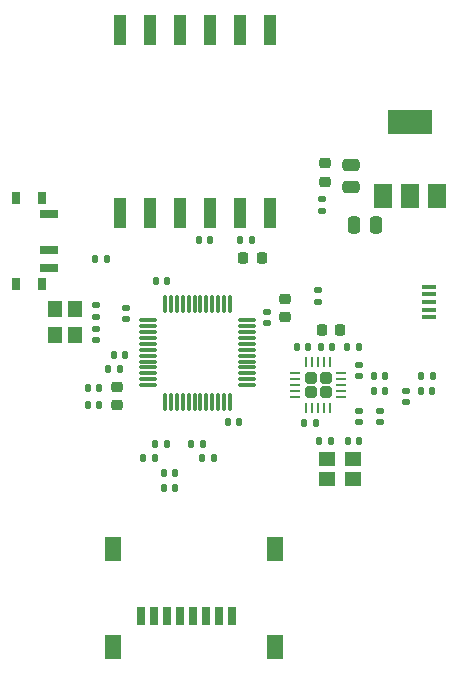
<source format=gbr>
%TF.GenerationSoftware,KiCad,Pcbnew,7.0.8*%
%TF.CreationDate,2023-11-06T16:26:03-06:00*%
%TF.ProjectId,KiCAD Design,4b694341-4420-4446-9573-69676e2e6b69,rev?*%
%TF.SameCoordinates,Original*%
%TF.FileFunction,Paste,Top*%
%TF.FilePolarity,Positive*%
%FSLAX46Y46*%
G04 Gerber Fmt 4.6, Leading zero omitted, Abs format (unit mm)*
G04 Created by KiCad (PCBNEW 7.0.8) date 2023-11-06 16:26:03*
%MOMM*%
%LPD*%
G01*
G04 APERTURE LIST*
G04 Aperture macros list*
%AMRoundRect*
0 Rectangle with rounded corners*
0 $1 Rounding radius*
0 $2 $3 $4 $5 $6 $7 $8 $9 X,Y pos of 4 corners*
0 Add a 4 corners polygon primitive as box body*
4,1,4,$2,$3,$4,$5,$6,$7,$8,$9,$2,$3,0*
0 Add four circle primitives for the rounded corners*
1,1,$1+$1,$2,$3*
1,1,$1+$1,$4,$5*
1,1,$1+$1,$6,$7*
1,1,$1+$1,$8,$9*
0 Add four rect primitives between the rounded corners*
20,1,$1+$1,$2,$3,$4,$5,0*
20,1,$1+$1,$4,$5,$6,$7,0*
20,1,$1+$1,$6,$7,$8,$9,0*
20,1,$1+$1,$8,$9,$2,$3,0*%
G04 Aperture macros list end*
%ADD10RoundRect,0.140000X-0.140000X-0.170000X0.140000X-0.170000X0.140000X0.170000X-0.140000X0.170000X0*%
%ADD11RoundRect,0.225000X0.225000X0.250000X-0.225000X0.250000X-0.225000X-0.250000X0.225000X-0.250000X0*%
%ADD12RoundRect,0.140000X0.140000X0.170000X-0.140000X0.170000X-0.140000X-0.170000X0.140000X-0.170000X0*%
%ADD13R,1.000000X2.500000*%
%ADD14R,1.500000X2.000000*%
%ADD15R,3.800000X2.000000*%
%ADD16RoundRect,0.135000X-0.135000X-0.185000X0.135000X-0.185000X0.135000X0.185000X-0.135000X0.185000X0*%
%ADD17RoundRect,0.135000X0.135000X0.185000X-0.135000X0.185000X-0.135000X-0.185000X0.135000X-0.185000X0*%
%ADD18RoundRect,0.250000X0.250000X0.475000X-0.250000X0.475000X-0.250000X-0.475000X0.250000X-0.475000X0*%
%ADD19R,1.200000X1.400000*%
%ADD20RoundRect,0.140000X0.170000X-0.140000X0.170000X0.140000X-0.170000X0.140000X-0.170000X-0.140000X0*%
%ADD21RoundRect,0.075000X-0.662500X-0.075000X0.662500X-0.075000X0.662500X0.075000X-0.662500X0.075000X0*%
%ADD22RoundRect,0.075000X-0.075000X-0.662500X0.075000X-0.662500X0.075000X0.662500X-0.075000X0.662500X0*%
%ADD23RoundRect,0.140000X-0.170000X0.140000X-0.170000X-0.140000X0.170000X-0.140000X0.170000X0.140000X0*%
%ADD24R,0.800000X1.500000*%
%ADD25R,1.450000X2.000000*%
%ADD26RoundRect,0.250000X-0.255000X-0.255000X0.255000X-0.255000X0.255000X0.255000X-0.255000X0.255000X0*%
%ADD27RoundRect,0.062500X-0.350000X-0.062500X0.350000X-0.062500X0.350000X0.062500X-0.350000X0.062500X0*%
%ADD28RoundRect,0.062500X-0.062500X-0.350000X0.062500X-0.350000X0.062500X0.350000X-0.062500X0.350000X0*%
%ADD29RoundRect,0.147500X-0.147500X-0.172500X0.147500X-0.172500X0.147500X0.172500X-0.147500X0.172500X0*%
%ADD30R,0.800000X1.000000*%
%ADD31R,1.500000X0.700000*%
%ADD32RoundRect,0.147500X-0.172500X0.147500X-0.172500X-0.147500X0.172500X-0.147500X0.172500X0.147500X0*%
%ADD33RoundRect,0.218750X0.256250X-0.218750X0.256250X0.218750X-0.256250X0.218750X-0.256250X-0.218750X0*%
%ADD34RoundRect,0.218750X-0.256250X0.218750X-0.256250X-0.218750X0.256250X-0.218750X0.256250X0.218750X0*%
%ADD35RoundRect,0.250000X-0.475000X0.250000X-0.475000X-0.250000X0.475000X-0.250000X0.475000X0.250000X0*%
%ADD36R,1.400000X1.200000*%
%ADD37RoundRect,0.225000X-0.250000X0.225000X-0.250000X-0.225000X0.250000X-0.225000X0.250000X0.225000X0*%
%ADD38RoundRect,0.135000X-0.185000X0.135000X-0.185000X-0.135000X0.185000X-0.135000X0.185000X0.135000X0*%
%ADD39RoundRect,0.135000X0.185000X-0.135000X0.185000X0.135000X-0.185000X0.135000X-0.185000X-0.135000X0*%
%ADD40R,1.300000X0.450000*%
%ADD41RoundRect,0.225000X-0.225000X-0.250000X0.225000X-0.250000X0.225000X0.250000X-0.225000X0.250000X0*%
G04 APERTURE END LIST*
D10*
%TO.C,C30*%
X172540000Y-106780000D03*
X173500000Y-106780000D03*
%TD*%
D11*
%TO.C,C19*%
X165275000Y-91250000D03*
X163725000Y-91250000D03*
%TD*%
D12*
%TO.C,C22*%
X179750000Y-101280000D03*
X178790000Y-101280000D03*
%TD*%
D10*
%TO.C,C3*%
X156290000Y-93250000D03*
X157250000Y-93250000D03*
%TD*%
D13*
%TO.C,U4*%
X153300000Y-87500000D03*
X155840000Y-87500000D03*
X158380000Y-87500000D03*
X160920000Y-87500000D03*
X163460000Y-87500000D03*
X166000000Y-87500000D03*
X166000000Y-72000000D03*
X163460000Y-72000000D03*
X160920000Y-72000000D03*
X158380000Y-72000000D03*
X155840000Y-72000000D03*
X153300000Y-72000000D03*
%TD*%
D14*
%TO.C,U2*%
X175545000Y-86030000D03*
X177845000Y-86030000D03*
D15*
X177845000Y-79730000D03*
D14*
X180145000Y-86030000D03*
%TD*%
D16*
%TO.C,R1*%
X151150000Y-91400000D03*
X152170000Y-91400000D03*
%TD*%
D17*
%TO.C,R8*%
X156260000Y-108250000D03*
X155240000Y-108250000D03*
%TD*%
D18*
%TO.C,C12*%
X174950000Y-88500000D03*
X173050000Y-88500000D03*
%TD*%
D19*
%TO.C,Y1*%
X147800000Y-95590000D03*
X147800000Y-97790000D03*
X149500000Y-97790000D03*
X149500000Y-95590000D03*
%TD*%
D12*
%TO.C,C6*%
X153250000Y-100675000D03*
X152290000Y-100675000D03*
%TD*%
D20*
%TO.C,C21*%
X175250000Y-105180000D03*
X175250000Y-104220000D03*
%TD*%
D21*
%TO.C,U1*%
X155675000Y-96550000D03*
X155675000Y-97050000D03*
X155675000Y-97550000D03*
X155675000Y-98050000D03*
X155675000Y-98550000D03*
X155675000Y-99050000D03*
X155675000Y-99550000D03*
X155675000Y-100050000D03*
X155675000Y-100550000D03*
X155675000Y-101050000D03*
X155675000Y-101550000D03*
X155675000Y-102050000D03*
D22*
X157087500Y-103462500D03*
X157587500Y-103462500D03*
X158087500Y-103462500D03*
X158587500Y-103462500D03*
X159087500Y-103462500D03*
X159587500Y-103462500D03*
X160087500Y-103462500D03*
X160587500Y-103462500D03*
X161087500Y-103462500D03*
X161587500Y-103462500D03*
X162087500Y-103462500D03*
X162587500Y-103462500D03*
D21*
X164000000Y-102050000D03*
X164000000Y-101550000D03*
X164000000Y-101050000D03*
X164000000Y-100550000D03*
X164000000Y-100050000D03*
X164000000Y-99550000D03*
X164000000Y-99050000D03*
X164000000Y-98550000D03*
X164000000Y-98050000D03*
X164000000Y-97550000D03*
X164000000Y-97050000D03*
X164000000Y-96550000D03*
D22*
X162587500Y-95137500D03*
X162087500Y-95137500D03*
X161587500Y-95137500D03*
X161087500Y-95137500D03*
X160587500Y-95137500D03*
X160087500Y-95137500D03*
X159587500Y-95137500D03*
X159087500Y-95137500D03*
X158587500Y-95137500D03*
X158087500Y-95137500D03*
X157587500Y-95137500D03*
X157087500Y-95137500D03*
%TD*%
D23*
%TO.C,C2*%
X165750000Y-95840000D03*
X165750000Y-96800000D03*
%TD*%
D24*
%TO.C,J5*%
X162750000Y-121627500D03*
X161650000Y-121627500D03*
X160550000Y-121627500D03*
X159450000Y-121627500D03*
X158350000Y-121627500D03*
X157250000Y-121627500D03*
X156150000Y-121627500D03*
X155050000Y-121627500D03*
D25*
X166425000Y-124227500D03*
X166425000Y-115927500D03*
X152675000Y-124227500D03*
X152675000Y-115927500D03*
%TD*%
D26*
%TO.C,U5*%
X169437500Y-101405000D03*
X169437500Y-102655000D03*
X170687500Y-101405000D03*
X170687500Y-102655000D03*
D27*
X168125000Y-101030000D03*
X168125000Y-101530000D03*
X168125000Y-102030000D03*
X168125000Y-102530000D03*
X168125000Y-103030000D03*
D28*
X169062500Y-103967500D03*
X169562500Y-103967500D03*
X170062500Y-103967500D03*
X170562500Y-103967500D03*
X171062500Y-103967500D03*
D27*
X172000000Y-103030000D03*
X172000000Y-102530000D03*
X172000000Y-102030000D03*
X172000000Y-101530000D03*
X172000000Y-101030000D03*
D28*
X171062500Y-100092500D03*
X170562500Y-100092500D03*
X170062500Y-100092500D03*
X169562500Y-100092500D03*
X169062500Y-100092500D03*
%TD*%
D29*
%TO.C,L3*%
X174780000Y-101280000D03*
X175750000Y-101280000D03*
%TD*%
D30*
%TO.C,SW1*%
X146650000Y-86200000D03*
X144440000Y-86200000D03*
X146650000Y-93500000D03*
X144440000Y-93500000D03*
D31*
X147300000Y-87600000D03*
X147300000Y-90600000D03*
X147300000Y-92100000D03*
%TD*%
D10*
%TO.C,C24*%
X170290000Y-98780000D03*
X171250000Y-98780000D03*
%TD*%
D17*
%TO.C,R9*%
X160280000Y-107000000D03*
X159260000Y-107000000D03*
%TD*%
D10*
%TO.C,C26*%
X168890000Y-105280000D03*
X169850000Y-105280000D03*
%TD*%
D12*
%TO.C,C31*%
X157950000Y-110750000D03*
X156990000Y-110750000D03*
%TD*%
%TO.C,C9*%
X153730000Y-99500000D03*
X152770000Y-99500000D03*
%TD*%
D10*
%TO.C,C17*%
X159960000Y-89750000D03*
X160920000Y-89750000D03*
%TD*%
D12*
%TO.C,C8*%
X151500000Y-103750000D03*
X150540000Y-103750000D03*
%TD*%
D23*
%TO.C,C11*%
X151250000Y-97290000D03*
X151250000Y-98250000D03*
%TD*%
D32*
%TO.C,L1*%
X177500000Y-102530000D03*
X177500000Y-103500000D03*
%TD*%
D33*
%TO.C,D1*%
X170595000Y-84855000D03*
X170595000Y-83280000D03*
%TD*%
D34*
%TO.C,FB1*%
X153000000Y-102175000D03*
X153000000Y-103750000D03*
%TD*%
D12*
%TO.C,C28*%
X169210000Y-98780000D03*
X168250000Y-98780000D03*
%TD*%
D20*
%TO.C,C20*%
X173500000Y-105180000D03*
X173500000Y-104220000D03*
%TD*%
D29*
%TO.C,L2*%
X174780000Y-102530000D03*
X175750000Y-102530000D03*
%TD*%
D35*
%TO.C,C13*%
X172845000Y-83380000D03*
X172845000Y-85280000D03*
%TD*%
D12*
%TO.C,C32*%
X157950000Y-109500000D03*
X156990000Y-109500000D03*
%TD*%
D36*
%TO.C,Y2*%
X170800000Y-109980000D03*
X173000000Y-109980000D03*
X173000000Y-108280000D03*
X170800000Y-108280000D03*
%TD*%
D20*
%TO.C,C4*%
X153800000Y-96480000D03*
X153800000Y-95520000D03*
%TD*%
D12*
%TO.C,C29*%
X171110000Y-106780000D03*
X170150000Y-106780000D03*
%TD*%
%TO.C,C7*%
X151500000Y-102250000D03*
X150540000Y-102250000D03*
%TD*%
D16*
%TO.C,R7*%
X156250000Y-107000000D03*
X157270000Y-107000000D03*
%TD*%
D12*
%TO.C,C1*%
X163360000Y-105200000D03*
X162400000Y-105200000D03*
%TD*%
D37*
%TO.C,C5*%
X167250000Y-94725000D03*
X167250000Y-96275000D03*
%TD*%
D38*
%TO.C,R2*%
X170050000Y-93980000D03*
X170050000Y-95000000D03*
%TD*%
D20*
%TO.C,C10*%
X151250000Y-96255000D03*
X151250000Y-95295000D03*
%TD*%
D16*
%TO.C,R6*%
X172480000Y-98780000D03*
X173500000Y-98780000D03*
%TD*%
D39*
%TO.C,R3*%
X170345000Y-87280000D03*
X170345000Y-86260000D03*
%TD*%
D23*
%TO.C,C25*%
X173500000Y-100320000D03*
X173500000Y-101280000D03*
%TD*%
D12*
%TO.C,C18*%
X164420000Y-89750000D03*
X163460000Y-89750000D03*
%TD*%
D16*
%TO.C,R10*%
X160240000Y-108250000D03*
X161260000Y-108250000D03*
%TD*%
D12*
%TO.C,C23*%
X179730000Y-102530000D03*
X178770000Y-102530000D03*
%TD*%
D40*
%TO.C,J1*%
X179400000Y-96305000D03*
X179400000Y-95655000D03*
X179400000Y-95005000D03*
X179400000Y-94355000D03*
X179400000Y-93705000D03*
%TD*%
D41*
%TO.C,C27*%
X170375000Y-97400000D03*
X171925000Y-97400000D03*
%TD*%
M02*

</source>
